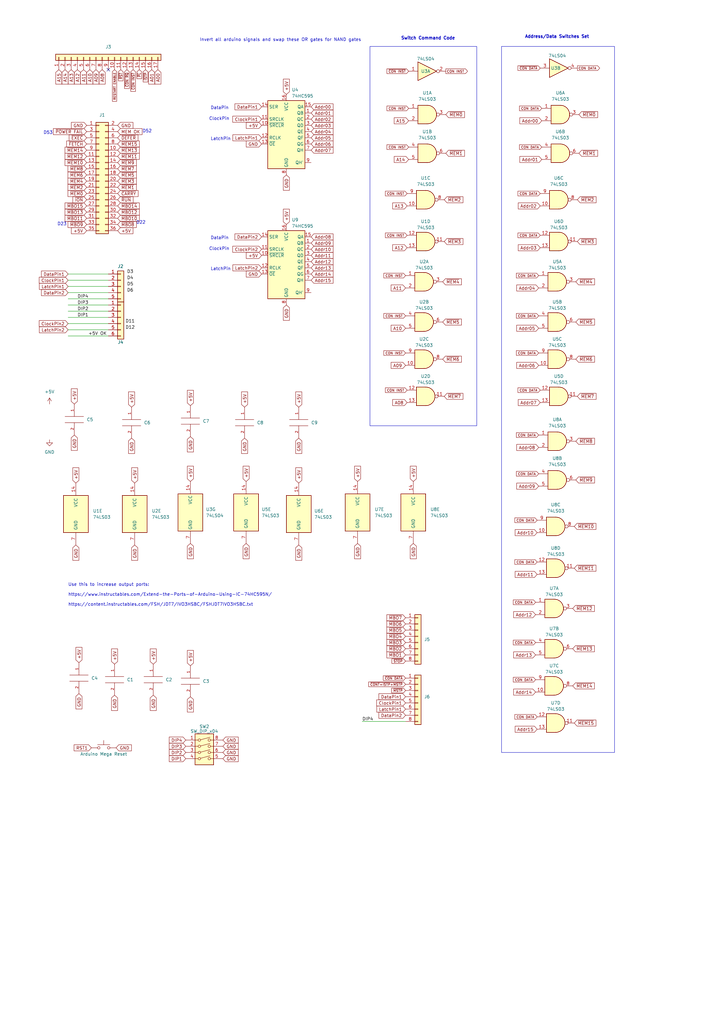
<source format=kicad_sch>
(kicad_sch (version 20230121) (generator eeschema)
  (paper "A3" portrait)
  (no_connect (at 44.45 28.575))
  (wire (pts (xy 27.94 137.795) (xy 44.45 137.795)))
  (wire (pts (xy 44.45 132.715) (xy 27.94 132.715)))
  (wire (pts (xy 44.45 112.395) (xy 27.94 112.395)))
  (wire (pts (xy 44.45 135.255) (xy 27.94 135.255)))
  (wire (pts (xy 27.94 130.175) (xy 44.45 130.175)))
  (wire (pts (xy 27.94 125.095) (xy 44.45 125.095)))
  (wire (pts (xy 44.45 127.635) (xy 27.94 127.635)))
  (wire (pts (xy 44.45 120.015) (xy 27.94 120.015)))
  (wire (pts (xy 44.45 114.935) (xy 27.94 114.935)))
  (wire (pts (xy 148.59 295.91) (xy 166.37 295.91)))
  (wire (pts (xy 27.94 122.555) (xy 44.45 122.555)))
  (wire (pts (xy 44.45 117.475) (xy 27.94 117.475)))
  (rectangle (start 205.74 19.05) (end 252.095 308.61))
  (rectangle (start 151.765 19.05) (end 195.58 174.625))
  (text "D52" (at 58.42 54.61 0) (effects (font (size 1.27 1.27)) (justify left bottom)))
  (text "DataPin" (at 86.36 98.425 0) (effects (font (size 1.27 1.27)) (justify left bottom)))
  (text "D23" (at 23.495 92.71 0) (effects (font (size 1.27 1.27)) (justify left bottom)))
  (text "D53" (at 17.78 55.245 0) (effects (font (size 1.27 1.27)) (justify left bottom)))
  (text "Use this to increase output ports:\n\nhttps://www.instructables.com/Extend-the-Ports-of-Arduino-Using-IC-74HC595N/\n\nhttps://content.instructables.com/FSH/JDT7/IVO3HSBC/FSHJDT7IVO3HSBC.txt\n\n" (at 27.94 250.825 0) (effects (font (size 1.27 1.27)) (justify left bottom)))
  (text "ClockPin" (at 85.725 49.53 0) (effects (font (size 1.27 1.27)) (justify left bottom)))
  (text "D22" (at 55.88 92.075 0) (effects (font (size 1.27 1.27)) (justify left bottom)))
  (text "DataPin" (at 86.36 45.085 0) (effects (font (size 1.27 1.27)) (justify left bottom)))
  (text "Switch Command Code" (at 164.465 16.51 0) (effects (font (size 1.27 1.27) (thickness 0.254) bold) (justify left bottom)))
  (text "Address/Data Switches Set" (at 215.265 15.875 0) (effects (font (size 1.27 1.27) (thickness 0.254) bold) (justify left bottom)))
  (text "ClockPin" (at 85.725 102.87 0) (effects (font (size 1.27 1.27)) (justify left bottom)))
  (text "LatchPin\n" (at 86.36 111.125 0) (effects (font (size 1.27 1.27)) (justify left bottom)))
  (text "LatchPin\n" (at 86.36 57.785 0) (effects (font (size 1.27 1.27)) (justify left bottom)))
  (text "Invert all arduino signals and swap these OR gates for NAND gates\n" (at 81.915 17.145 0) (effects (font (size 1.27 1.27)) (justify left bottom)))
  (label "DIP2" (at 31.75 127.635 0))
  (label "D5" (at 52.07 117.475 0))
  (label "DIP3" (at 31.75 125.095 0))
  (label "D12" (at 51.435 135.255 0))
  (label "D6" (at 52.07 120.015 0))
  (label "D4" (at 52.07 114.935 0))
  (label "+5V OK" (at 36.195 137.795 0))
  (label "D11" (at 51.435 132.715 0))
  (label "DIP4" (at 31.75 122.555 0))
  (label "DIP1" (at 31.75 130.175 0))
  (label "DIP4" (at 148.59 295.91 0))
  (label "D3" (at 52.07 112.395 0))
  (global_label "~{MEM0}" (shape input) (at 35.56 79.375 180) (property "Intersheetrefs" "${INTERSHEET_REFS}" (effects hide)))
  (global_label "~{EXEC}" (shape input) (at 35.56 56.515 180) (property "Intersheetrefs" "${INTERSHEET_REFS}" (effects hide)))
  (global_label "MEM OK" (shape input) (at 48.26 53.975 0) (property "Intersheetrefs" "${INTERSHEET_REFS}" (effects hide)))
  (global_label "~{MEM14}" (shape input) (at 234.95 281.305 0) (property "Intersheetrefs" "${INTERSHEET_REFS}" (effects hide)))
  (global_label "~{CON DATA}" (shape input) (at 166.37 278.13 180) (effects (font (size 0.9906 0.9906))) (property "Intersheetrefs" "${INTERSHEET_REFS}" (effects hide)))
  (global_label "CON DATA" (shape input) (at 220.98 178.435 180) (effects (font (size 0.9906 0.9906))) (property "Intersheetrefs" "${INTERSHEET_REFS}" (effects hide)))
  (global_label "GND" (shape input) (at 122.555 223.52 270) (property "Intersheetrefs" "${INTERSHEET_REFS}" (effects hide)))
  (global_label "~{PL}" (shape input) (at 57.15 28.575 270) (effects (font (size 0.996 0.996))) (property "Intersheetrefs" "${INTERSHEET_REFS}" (effects hide)))
  (global_label "+5V" (shape input) (at 117.475 38.735 90) (property "Intersheetrefs" "${INTERSHEET_REFS}" (effects hide)))
  (global_label "Addr09" (shape input) (at 127.635 99.695 0) (property "Intersheetrefs" "${INTERSHEET_REFS}" (effects hide)))
  (global_label "LatchPin2" (shape input) (at 107.315 109.855 180) (property "Intersheetrefs" "${INTERSHEET_REFS}" (effects hide)))
  (global_label "CON DATA" (shape input) (at 220.345 213.36 180) (effects (font (size 0.9906 0.9906))) (property "Intersheetrefs" "${INTERSHEET_REFS}" (effects hide)))
  (global_label "GND" (shape input) (at 46.99 285.115 270) (property "Intersheetrefs" "${INTERSHEET_REFS}" (effects hide)))
  (global_label "+5V" (shape input) (at 169.545 197.485 90) (property "Intersheetrefs" "${INTERSHEET_REFS}" (effects hide)))
  (global_label "Addr06" (shape input) (at 127.635 59.055 0) (property "Intersheetrefs" "${INTERSHEET_REFS}" (effects hide)))
  (global_label "~{MEM15}" (shape input) (at 48.26 59.055 0) (property "Intersheetrefs" "${INTERSHEET_REFS}" (effects hide)))
  (global_label "~{MEM13}" (shape input) (at 48.26 61.595 0) (property "Intersheetrefs" "${INTERSHEET_REFS}" (effects hide)))
  (global_label "~{CON DATA}" (shape input) (at 221.615 27.94 180) (effects (font (size 0.9906 0.9906))) (property "Intersheetrefs" "${INTERSHEET_REFS}" (effects hide)))
  (global_label "~{MBO2}" (shape input) (at 166.37 266.065 180) (property "Intersheetrefs" "${INTERSHEET_REFS}" (effects hide)))
  (global_label "~{MEM2}" (shape input) (at 35.56 76.835 180) (property "Intersheetrefs" "${INTERSHEET_REFS}" (effects hide)))
  (global_label "GND" (shape input) (at 35.56 51.435 180) (property "Intersheetrefs" "${INTERSHEET_REFS}" (effects hide)))
  (global_label "Addr02" (shape input) (at 127.635 48.895 0) (property "Intersheetrefs" "${INTERSHEET_REFS}" (effects hide)))
  (global_label "LatchPin2" (shape input) (at 27.94 135.255 180) (property "Intersheetrefs" "${INTERSHEET_REFS}" (effects hide)))
  (global_label "GND" (shape input) (at 62.865 285.115 270) (property "Intersheetrefs" "${INTERSHEET_REFS}" (effects hide)))
  (global_label "CON DATA" (shape input) (at 220.98 144.78 180) (effects (font (size 0.9906 0.9906))) (property "Intersheetrefs" "${INTERSHEET_REFS}" (effects hide)))
  (global_label "RST1" (shape input) (at 37.465 306.705 180) (property "Intersheetrefs" "${INTERSHEET_REFS}" (effects hide)))
  (global_label "~{MBO9}" (shape input) (at 35.56 92.075 180) (property "Intersheetrefs" "${INTERSHEET_REFS}" (effects hide)))
  (global_label "GND" (shape input) (at 107.315 59.055 180) (property "Intersheetrefs" "${INTERSHEET_REFS}" (effects hide)))
  (global_label "GND" (shape input) (at 55.245 223.52 270) (property "Intersheetrefs" "${INTERSHEET_REFS}" (effects hide)))
  (global_label "~{MEM4}" (shape input) (at 35.56 74.295 180) (property "Intersheetrefs" "${INTERSHEET_REFS}" (effects hide)))
  (global_label "Addr04" (shape input) (at 220.98 118.11 180) (property "Intersheetrefs" "${INTERSHEET_REFS}" (effects hide)))
  (global_label "~{MEM2}" (shape input) (at 182.245 81.915 0) (property "Intersheetrefs" "${INTERSHEET_REFS}" (effects hide)))
  (global_label "~{MEM7}" (shape input) (at 182.245 162.56 0) (property "Intersheetrefs" "${INTERSHEET_REFS}" (effects hide)))
  (global_label "~{MBO7}" (shape input) (at 166.37 253.365 180) (property "Intersheetrefs" "${INTERSHEET_REFS}" (effects hide)))
  (global_label "LatchPin1" (shape input) (at 27.94 117.475 180) (property "Intersheetrefs" "${INTERSHEET_REFS}" (effects hide)))
  (global_label "GND" (shape input) (at 53.975 179.705 270) (property "Intersheetrefs" "${INTERSHEET_REFS}" (effects hide)))
  (global_label "CON INST" (shape input) (at 167.64 60.325 180) (effects (font (size 0.9906 0.9906))) (property "Intersheetrefs" "${INTERSHEET_REFS}" (effects hide)))
  (global_label "+5V" (shape input) (at 48.26 94.615 0) (property "Intersheetrefs" "${INTERSHEET_REFS}" (effects hide)))
  (global_label "GND" (shape input) (at 47.625 306.705 0) (property "Intersheetrefs" "${INTERSHEET_REFS}" (effects hide)))
  (global_label "+5V" (shape input) (at 117.475 92.075 90) (property "Intersheetrefs" "${INTERSHEET_REFS}" (effects hide)))
  (global_label "A09" (shape input) (at 166.37 149.86 180) (property "Intersheetrefs" "${INTERSHEET_REFS}" (effects hide)))
  (global_label "Addr14" (shape input) (at 127.635 112.395 0) (property "Intersheetrefs" "${INTERSHEET_REFS}" (effects hide)))
  (global_label "Addr00" (shape input) (at 127.635 43.815 0) (property "Intersheetrefs" "${INTERSHEET_REFS}" (effects hide)))
  (global_label "GND" (shape input) (at 107.315 112.395 180) (property "Intersheetrefs" "${INTERSHEET_REFS}" (effects hide)))
  (global_label "GND" (shape input) (at 100.33 179.705 270) (property "Intersheetrefs" "${INTERSHEET_REFS}" (effects hide)))
  (global_label "GND" (shape input) (at 122.555 179.705 270) (property "Intersheetrefs" "${INTERSHEET_REFS}" (effects hide)))
  (global_label "DataPin1" (shape input) (at 27.94 112.395 180) (property "Intersheetrefs" "${INTERSHEET_REFS}" (effects hide)))
  (global_label "+5V" (shape input) (at 53.975 167.005 90) (property "Intersheetrefs" "${INTERSHEET_REFS}" (effects hide)))
  (global_label "~{MEM15}" (shape input) (at 235.585 296.545 0) (property "Intersheetrefs" "${INTERSHEET_REFS}" (effects hide)))
  (global_label "Addr05" (shape input) (at 220.98 134.62 180) (property "Intersheetrefs" "${INTERSHEET_REFS}" (effects hide)))
  (global_label "Addr01" (shape input) (at 127.635 46.355 0) (property "Intersheetrefs" "${INTERSHEET_REFS}" (effects hide)))
  (global_label "Addr10" (shape input) (at 220.345 218.44 180) (property "Intersheetrefs" "${INTERSHEET_REFS}" (effects hide)))
  (global_label "~{ION}" (shape input) (at 35.56 81.915 180) (property "Intersheetrefs" "${INTERSHEET_REFS}" (effects hide)))
  (global_label "~{MBO10}" (shape input) (at 48.26 89.535 0) (property "Intersheetrefs" "${INTERSHEET_REFS}" (effects hide)))
  (global_label "+5V" (shape input) (at 35.56 94.615 180) (property "Intersheetrefs" "${INTERSHEET_REFS}" (effects hide)))
  (global_label "GND" (shape input) (at 91.44 311.15 0) (property "Intersheetrefs" "${INTERSHEET_REFS}" (effects hide)))
  (global_label "A13" (shape input) (at 29.21 28.575 270) (property "Intersheetrefs" "${INTERSHEET_REFS}" (effects hide)))
  (global_label "~{CON RQ}" (shape input) (at 52.07 28.575 270) (effects (font (size 0.9906 0.9906))) (property "Intersheetrefs" "${INTERSHEET_REFS}" (effects hide)))
  (global_label "CON INST" (shape input) (at 167.64 44.45 180) (effects (font (size 0.9906 0.9906))) (property "Intersheetrefs" "${INTERSHEET_REFS}" (effects hide)))
  (global_label "GND" (shape input) (at 78.105 179.07 270) (property "Intersheetrefs" "${INTERSHEET_REFS}" (effects hide)))
  (global_label "ClockPin1" (shape input) (at 107.315 48.895 180) (property "Intersheetrefs" "${INTERSHEET_REFS}" (effects hide)))
  (global_label "ClockPin2" (shape input) (at 107.315 102.235 180) (property "Intersheetrefs" "${INTERSHEET_REFS}" (effects hide)))
  (global_label "+5V" (shape input) (at 107.315 104.775 180) (property "Intersheetrefs" "${INTERSHEET_REFS}" (effects hide)))
  (global_label "~{MSTP}" (shape input) (at 166.37 283.21 180) (effects (font (size 0.9906 0.9906))) (property "Intersheetrefs" "${INTERSHEET_REFS}" (effects hide)))
  (global_label "~{MEM0}" (shape input) (at 237.49 46.99 0) (property "Intersheetrefs" "${INTERSHEET_REFS}" (effects hide)))
  (global_label "CON DATA" (shape input) (at 219.71 247.015 180) (effects (font (size 0.9906 0.9906))) (property "Intersheetrefs" "${INTERSHEET_REFS}" (effects hide)))
  (global_label "Addr02" (shape input) (at 221.615 84.455 180) (property "Intersheetrefs" "${INTERSHEET_REFS}" (effects hide)))
  (global_label "GND" (shape input) (at 32.385 284.48 270) (property "Intersheetrefs" "${INTERSHEET_REFS}" (effects hide)))
  (global_label "Addr03" (shape input) (at 221.615 101.6 180) (property "Intersheetrefs" "${INTERSHEET_REFS}" (effects hide)))
  (global_label "GND" (shape input) (at 30.48 178.435 270) (property "Intersheetrefs" "${INTERSHEET_REFS}" (effects hide)))
  (global_label "CON DATA" (shape input) (at 221.615 96.52 180) (effects (font (size 0.9906 0.9906))) (property "Intersheetrefs" "${INTERSHEET_REFS}" (effects hide)))
  (global_label "A01" (shape input) (at 62.23 28.575 270) (property "Intersheetrefs" "${INTERSHEET_REFS}" (effects hide)))
  (global_label "+5V" (shape input) (at 122.555 198.12 90) (property "Intersheetrefs" "${INTERSHEET_REFS}" (effects hide)))
  (global_label "~{MEM6}" (shape input) (at 181.61 147.32 0) (property "Intersheetrefs" "${INTERSHEET_REFS}" (effects hide)))
  (global_label "Addr12" (shape input) (at 219.71 252.095 180) (property "Intersheetrefs" "${INTERSHEET_REFS}" (effects hide)))
  (global_label "~{MEM11}" (shape input) (at 235.585 233.045 0) (property "Intersheetrefs" "${INTERSHEET_REFS}" (effects hide)))
  (global_label "~{CONT+ISTP+MSTP}" (shape input) (at 166.37 280.67 180) (effects (font (size 0.9906 0.9906))) (property "Intersheetrefs" "${INTERSHEET_REFS}" (effects hide)))
  (global_label "~{RST}" (shape input) (at 49.53 28.575 270) (effects (font (size 0.9906 0.9906))) (property "Intersheetrefs" "${INTERSHEET_REFS}" (effects hide)))
  (global_label "~{MEM1}" (shape input) (at 48.26 76.835 0) (property "Intersheetrefs" "${INTERSHEET_REFS}" (effects hide)))
  (global_label "~{MEM8}" (shape input) (at 35.56 69.215 180) (property "Intersheetrefs" "${INTERSHEET_REFS}" (effects hide)))
  (global_label "Addr00" (shape input) (at 222.25 49.53 180) (property "Intersheetrefs" "${INTERSHEET_REFS}" (effects hide)))
  (global_label "Addr04" (shape input) (at 127.635 53.975 0) (property "Intersheetrefs" "${INTERSHEET_REFS}" (effects hide)))
  (global_label "DIP3" (shape input) (at 76.2 306.07 180) (property "Intersheetrefs" "${INTERSHEET_REFS}" (effects hide)))
  (global_label "~{MEM1}" (shape input) (at 237.49 62.865 0) (property "Intersheetrefs" "${INTERSHEET_REFS}" (effects hide)))
  (global_label "A11" (shape input) (at 166.37 118.11 180) (property "Intersheetrefs" "${INTERSHEET_REFS}" (effects hide)))
  (global_label "A08" (shape input) (at 41.91 28.575 270) (property "Intersheetrefs" "${INTERSHEET_REFS}" (effects hide)))
  (global_label "~{POWER FAIL}" (shape input) (at 35.56 53.975 180) (property "Intersheetrefs" "${INTERSHEET_REFS}" (effects hide)))
  (global_label "~{MEM7}" (shape input) (at 236.855 162.56 0) (property "Intersheetrefs" "${INTERSHEET_REFS}" (effects hide)))
  (global_label "CON DATA" (shape input) (at 222.25 44.45 180) (effects (font (size 0.9906 0.9906))) (property "Intersheetrefs" "${INTERSHEET_REFS}" (effects hide)))
  (global_label "GND" (shape input) (at 117.475 71.755 270) (property "Intersheetrefs" "${INTERSHEET_REFS}" (effects hide)))
  (global_label "CON DATA" (shape input) (at 220.345 294.005 180) (effects (font (size 0.9906 0.9906))) (property "Intersheetrefs" "${INTERSHEET_REFS}" (effects hide)))
  (global_label "+5V" (shape input) (at 100.33 167.005 90) (property "Intersheetrefs" "${INTERSHEET_REFS}" (effects hide)))
  (global_label "~{MEM10}" (shape input) (at 35.56 66.675 180) (property "Intersheetrefs" "${INTERSHEET_REFS}" (effects hide)))
  (global_label "LatchPin1" (shape input) (at 166.37 290.83 180) (property "Intersheetrefs" "${INTERSHEET_REFS}" (effects hide)))
  (global_label "CON DATA" (shape input) (at 219.71 263.525 180) (effects (font (size 0.9906 0.9906))) (property "Intersheetrefs" "${INTERSHEET_REFS}" (effects hide)))
  (global_label "Addr13" (shape input) (at 127.635 109.855 0) (property "Intersheetrefs" "${INTERSHEET_REFS}" (effects hide)))
  (global_label "~{MEM4}" (shape input) (at 236.22 115.57 0) (property "Intersheetrefs" "${INTERSHEET_REFS}" (effects hide)))
  (global_label "Addr08" (shape input) (at 220.98 183.515 180) (property "Intersheetrefs" "${INTERSHEET_REFS}" (effects hide)))
  (global_label "+5V" (shape input) (at 122.555 167.005 90) (property "Intersheetrefs" "${INTERSHEET_REFS}" (effects hide)))
  (global_label "A12" (shape input) (at 31.75 28.575 270) (property "Intersheetrefs" "${INTERSHEET_REFS}" (effects hide)))
  (global_label "~{RUN}" (shape input) (at 48.26 81.915 0) (property "Intersheetrefs" "${INTERSHEET_REFS}" (effects hide)))
  (global_label "GND" (shape input) (at 117.475 125.095 270) (property "Intersheetrefs" "${INTERSHEET_REFS}" (effects hide)))
  (global_label "~{MEM10}" (shape input) (at 235.585 215.9 0) (property "Intersheetrefs" "${INTERSHEET_REFS}" (effects hide)))
  (global_label "+5V" (shape input) (at 62.865 272.415 90) (property "Intersheetrefs" "${INTERSHEET_REFS}" (effects hide)))
  (global_label "DIP2" (shape input) (at 76.2 308.61 180) (property "Intersheetrefs" "${INTERSHEET_REFS}" (effects hide)))
  (global_label "DataPin2" (shape input) (at 27.94 120.015 180) (property "Intersheetrefs" "${INTERSHEET_REFS}" (effects hide)))
  (global_label "+5V" (shape input) (at 78.105 166.37 90) (property "Intersheetrefs" "${INTERSHEET_REFS}" (effects hide)))
  (global_label "CON DATA" (shape input) (at 220.98 194.31 180) (effects (font (size 0.9906 0.9906))) (property "Intersheetrefs" "${INTERSHEET_REFS}" (effects hide)))
  (global_label "CON DATA" (shape input) (at 220.345 230.505 180) (effects (font (size 0.9906 0.9906))) (property "Intersheetrefs" "${INTERSHEET_REFS}" (effects hide)))
  (global_label "~{MEM4}" (shape input) (at 181.61 115.57 0) (property "Intersheetrefs" "${INTERSHEET_REFS}" (effects hide)))
  (global_label "A15" (shape input) (at 167.64 49.53 180) (property "Intersheetrefs" "${INTERSHEET_REFS}" (effects hide)))
  (global_label "CON DATA" (shape input) (at 220.98 129.54 180) (effects (font (size 0.9906 0.9906))) (property "Intersheetrefs" "${INTERSHEET_REFS}" (effects hide)))
  (global_label "~{MEM5}" (shape input) (at 48.26 71.755 0) (property "Intersheetrefs" "${INTERSHEET_REFS}" (effects hide)))
  (global_label "CON INST" (shape input) (at 166.37 129.54 180) (effects (font (size 0.9906 0.9906))) (property "Intersheetrefs" "${INTERSHEET_REFS}" (effects hide)))
  (global_label "~{MEM12}" (shape input) (at 35.56 64.135 180) (property "Intersheetrefs" "${INTERSHEET_REFS}" (effects hide)))
  (global_label "Addr13" (shape input) (at 219.71 268.605 180) (property "Intersheetrefs" "${INTERSHEET_REFS}" (effects hide)))
  (global_label "~{MEM11}" (shape input) (at 48.26 64.135 0) (property "Intersheetrefs" "${INTERSHEET_REFS}" (effects hide)))
  (global_label "Addr10" (shape input) (at 127.635 102.235 0) (property "Intersheetrefs" "${INTERSHEET_REFS}" (effects hide)))
  (global_label "~{MEM12}" (shape input) (at 234.95 249.555 0) (property "Intersheetrefs" "${INTERSHEET_REFS}" (effects hide)))
  (global_label "Addr06" (shape input) (at 220.98 149.86 180) (property "Intersheetrefs" "${INTERSHEET_REFS}" (effects hide)))
  (global_label "A15" (shape input) (at 24.13 28.575 270) (property "Intersheetrefs" "${INTERSHEET_REFS}" (effects hide)))
  (global_label "GND" (shape input) (at 100.965 222.885 270) (property "Intersheetrefs" "${INTERSHEET_REFS}" (effects hide)))
  (global_label "~{MEM9}" (shape input) (at 236.22 196.85 0) (property "Intersheetrefs" "${INTERSHEET_REFS}" (effects hide)))
  (global_label "CON DATA" (shape input) (at 220.98 113.03 180) (effects (font (size 0.9906 0.9906))) (property "Intersheetrefs" "${INTERSHEET_REFS}" (effects hide)))
  (global_label "CON DATA" (shape input) (at 222.25 60.325 180) (effects (font (size 0.9906 0.9906))) (property "Intersheetrefs" "${INTERSHEET_REFS}" (effects hide)))
  (global_label "A10" (shape input) (at 166.37 134.62 180) (property "Intersheetrefs" "${INTERSHEET_REFS}" (effects hide)))
  (global_label "A11" (shape input) (at 34.29 28.575 270) (property "Intersheetrefs" "${INTERSHEET_REFS}" (effects hide)))
  (global_label "Addr15" (shape input) (at 220.345 299.085 180) (property "Intersheetrefs" "${INTERSHEET_REFS}" (effects hide)))
  (global_label "~{MBO11}" (shape input) (at 35.56 89.535 180) (property "Intersheetrefs" "${INTERSHEET_REFS}" (effects hide)))
  (global_label "A09" (shape input) (at 39.37 28.575 270) (property "Intersheetrefs" "${INTERSHEET_REFS}" (effects hide)))
  (global_label "DIP1" (shape input) (at 76.2 311.15 180) (property "Intersheetrefs" "${INTERSHEET_REFS}" (effects hide)))
  (global_label "A13" (shape input) (at 167.005 84.455 180) (property "Intersheetrefs" "${INTERSHEET_REFS}" (effects hide)))
  (global_label "DIP4" (shape input) (at 76.2 303.53 180) (property "Intersheetrefs" "${INTERSHEET_REFS}" (effects hide)))
  (global_label "A14" (shape input) (at 167.64 65.405 180) (property "Intersheetrefs" "${INTERSHEET_REFS}" (effects hide)))
  (global_label "Addr15" (shape input) (at 127.635 114.935 0) (property "Intersheetrefs" "${INTERSHEET_REFS}" (effects hide)))
  (global_label "GND" (shape input) (at 31.115 223.52 270) (property "Intersheetrefs" "${INTERSHEET_REFS}" (effects hide)))
  (global_label "Addr07" (shape input) (at 127.635 61.595 0) (property "Intersheetrefs" "${INTERSHEET_REFS}" (effects hide)))
  (global_label "Addr07" (shape input) (at 221.615 165.1 180) (property "Intersheetrefs" "${INTERSHEET_REFS}" (effects hide)))
  (global_label "~{MBO12}" (shape input) (at 48.26 86.995 0) (property "Intersheetrefs" "${INTERSHEET_REFS}" (effects hide)))
  (global_label "+5V" (shape input) (at 55.245 198.12 90) (property "Intersheetrefs" "${INTERSHEET_REFS}" (effects hide)))
  (global_label "+5V" (shape input) (at 78.105 273.05 90) (property "Intersheetrefs" "${INTERSHEET_REFS}" (effects hide)))
  (global_label "+5V" (shape input) (at 32.385 271.78 90) (property "Intersheetrefs" "${INTERSHEET_REFS}" (effects hide)))
  (global_label "~{MEM0}" (shape input) (at 182.88 46.99 0) (property "Intersheetrefs" "${INTERSHEET_REFS}" (effects hide)))
  (global_label "ClockPin2" (shape input) (at 27.94 132.715 180) (property "Intersheetrefs" "${INTERSHEET_REFS}" (effects hide)))
  (global_label "~{MEM13}" (shape input) (at 234.95 266.065 0) (property "Intersheetrefs" "${INTERSHEET_REFS}" (effects hide)))
  (global_label "A00" (shape input) (at 64.77 28.575 270) (property "Intersheetrefs" "${INTERSHEET_REFS}" (effects hide)))
  (global_label "CON DATA" (shape output) (at 236.855 27.94 0) (effects (font (size 0.9906 0.9906))) (property "Intersheetrefs" "${INTERSHEET_REFS}" (effects hide)))
  (global_label "~{MEM3}" (shape input) (at 48.26 74.295 0) (property "Intersheetrefs" "${INTERSHEET_REFS}" (effects hide)))
  (global_label "Addr05" (shape input) (at 127.635 56.515 0) (property "Intersheetrefs" "${INTERSHEET_REFS}" (effects hide)))
  (global_label "~{MEM8}" (shape input) (at 236.22 180.975 0) (property "Intersheetrefs" "${INTERSHEET_REFS}" (effects hide)))
  (global_label "ClockPin1" (shape input) (at 166.37 288.29 180) (property "Intersheetrefs" "${INTERSHEET_REFS}" (effects hide)))
  (global_label "GND" (shape input) (at 146.685 222.885 270) (property "Intersheetrefs" "${INTERSHEET_REFS}" (effects hide)))
  (global_label "CON INST" (shape input) (at 167.005 96.52 180) (effects (font (size 0.9906 0.9906))) (property "Intersheetrefs" "${INTERSHEET_REFS}" (effects hide)))
  (global_label "+5V" (shape input) (at 100.965 197.485 90) (property "Intersheetrefs" "${INTERSHEET_REFS}" (effects hide)))
  (global_label "GND" (shape input) (at 91.44 303.53 0) (property "Intersheetrefs" "${INTERSHEET_REFS}" (effects hide)))
  (global_label "~{DEFER}" (shape input) (at 48.26 56.515 0) (property "Intersheetrefs" "${INTERSHEET_REFS}" (effects hide)))
  (global_label "+5V" (shape input) (at 78.105 197.485 90) (property "Intersheetrefs" "${INTERSHEET_REFS}" (effects hide)))
  (global_label "GND" (shape input) (at 91.44 306.07 0) (property "Intersheetrefs" "${INTERSHEET_REFS}" (effects hide)))
  (global_label "~{MEM3}" (shape input) (at 182.245 99.06 0) (property "Intersheetrefs" "${INTERSHEET_REFS}" (effects hide)))
  (global_label "~{MEM9}" (shape input) (at 48.26 66.675 0) (property "Intersheetrefs" "${INTERSHEET_REFS}" (effects hide)))
  (global_label "~{MEM1}" (shape input) (at 182.88 62.865 0) (property "Intersheetrefs" "${INTERSHEET_REFS}" (effects hide)))
  (global_label "GND" (shape input) (at 48.26 51.435 0) (property "Intersheetrefs" "${INTERSHEET_REFS}" (effects hide)))
  (global_label "CON INST" (shape output) (at 182.88 29.21 0) (effects (font (size 0.9906 0.9906))) (property "Intersheetrefs" "${INTERSHEET_REFS}" (effects hide)))
  (global_label "Addr03" (shape input) (at 127.635 51.435 0) (property "Intersheetrefs" "${INTERSHEET_REFS}" (effects hide)))
  (global_label "RESTART ENABLE" (shape input) (at 46.99 28.575 270) (effects (font (size 0.9 0.9))) (property "Intersheetrefs" "${INTERSHEET_REFS}" (effects hide)))
  (global_label "A08" (shape input) (at 167.005 165.1 180) (property "Intersheetrefs" "${INTERSHEET_REFS}" (effects hide)))
  (global_label "~{MBO1}" (shape input) (at 166.37 268.605 180) (property "Intersheetrefs" "${INTERSHEET_REFS}" (effects hide)))
  (global_label "Addr12" (shape input) (at 127.635 107.315 0) (property "Intersheetrefs" "${INTERSHEET_REFS}" (effects hide)))
  (global_label "~{MEM14}" (shape input) (at 35.56 61.595 180) (property "Intersheetrefs" "${INTERSHEET_REFS}" (effects hide)))
  (global_label "DataPin2" (shape input) (at 107.315 97.155 180) (property "Intersheetrefs" "${INTERSHEET_REFS}" (effects hide)))
  (global_label "~{MBO4}" (shape input) (at 166.37 260.985 180) (property "Intersheetrefs" "${INTERSHEET_REFS}" (effects hide)))
  (global_label "~{ISTP}" (shape input) (at 59.69 28.575 270) (effects (font (size 0.9906 0.9906))) (property "Intersheetrefs" "${INTERSHEET_REFS}" (effects hide)))
  (global_label "+5V" (shape input) (at 30.48 165.735 90) (property "Intersheetrefs" "${INTERSHEET_REFS}" (effects hide)))
  (global_label "DataPin2" (shape input) (at 166.37 293.37 180) (property "Intersheetrefs" "${INTERSHEET_REFS}" (effects hide)))
  (global_label "~{MEM2}" (shape input) (at 236.855 81.915 0) (property "Intersheetrefs" "${INTERSHEET_REFS}" (effects hide)))
  (global_label "Addr11" (shape input) (at 220.345 235.585 180) (property "Intersheetrefs" "${INTERSHEET_REFS}" (effects hide)))
  (global_label "~{MBO8}" (shape input) (at 48.26 92.075 0) (property "Intersheetrefs" "${INTERSHEET_REFS}" (effects hide)))
  (global_label "+5V" (shape input) (at 46.99 272.415 90) (property "Intersheetrefs" "${INTERSHEET_REFS}" (effects hide)))
  (global_label "+5V" (shape input) (at 146.685 197.485 90) (property "Intersheetrefs" "${INTERSHEET_REFS}" (effects hide)))
  (global_label "~{MEM7}" (shape input) (at 48.26 69.215 0) (property "Intersheetrefs" "${INTERSHEET_REFS}" (effects hide)))
  (global_label "~{CON INST}" (shape input) (at 167.64 29.21 180) (effects (font (size 0.9906 0.9906))) (property "Intersheetrefs" "${INTERSHEET_REFS}" (effects hide)))
  (global_label "+5V" (shape input) (at 31.115 198.12 90) (property "Intersheetrefs" "${INTERSHEET_REFS}" (effects hide)))
  (global_label "CON INST" (shape input) (at 167.005 160.02 180) (effects (font (size 0.9906 0.9906))) (property "Intersheetrefs" "${INTERSHEET_REFS}" (effects hide)))
  (global_label "~{CARRY}" (shape input) (at 48.26 79.375 0) (property "Intersheetrefs" "${INTERSHEET_REFS}" (effects hide)))
  (global_label "CON DATA" (shape input) (at 221.615 79.375 180) (effects (font (size 0.9906 0.9906))) (property "Intersheetrefs" "${INTERSHEET_REFS}" (effects hide)))
  (global_label "+5V" (shape input) (at 107.315 51.435 180) (property "Intersheetrefs" "${INTERSHEET_REFS}" (effects hide)))
  (global_label "~{MEM6}" (shape input) (at 236.22 147.32 0) (property "Intersheetrefs" "${INTERSHEET_REFS}" (effects hide)))
  (global_label "Addr08" (shape input) (at 127.635 97.155 0) (property "Intersheetrefs" "${INTERSHEET_REFS}" (effects hide)))
  (global_label "CON INST" (shape input) (at 166.37 113.03 180) (effects (font (size 0.9906 0.9906))) (property "Intersheetrefs" "${INTERSHEET_REFS}" (effects hide)))
  (global_label "DataPin1" (shape input) (at 107.315 43.815 180) (property "Intersheetrefs" "${INTERSHEET_REFS}" (effects hide)))
  (global_label "CON DATA" (shape input) (at 219.71 278.765 180) (effects (font (size 0.9906 0.9906))) (property "Intersheetrefs" "${INTERSHEET_REFS}" (effects hide)))
  (global_label "~{CON INST}" (shape input) (at 54.61 28.575 270) (effects (font (size 0.9906 0.9906))) (property "Intersheetrefs" "${INTERSHEET_REFS}" (effects hide)))
  (global_label "A12" (shape input) (at 167.005 101.6 180) (property "Intersheetrefs" "${INTERSHEET_REFS}" (effects hide)))
  (global_label "~{STOP}" (shape input) (at 166.37 271.145 180) (effects (font (size 0.9906 0.9906))) (property "Intersheetrefs" "${INTERSHEET_REFS}" (effects hide)))
  (global_label "A10" (shape input) (at 36.83 28.575 270) (property "Intersheetrefs" "${INTERSHEET_REFS}" (effects hide)))
  (global_label "~{MEM3}" (shape input) (at 236.855 99.06 0) (property "Intersheetrefs" "${INTERSHEET_REFS}" (effects hide)))
  (global_label "GND" (shape input) (at 91.44 308.61 0) (property "Intersheetrefs" "${INTERSHEET_REFS}" (effects hide)))
  (global_label "DataPin1" (shape input) (at 166.37 285.75 180) (property "Intersheetrefs" "${INTERSHEET_REFS}" (effects hide)))
  (global_label "ClockPin1" (shape input) (at 27.94 114.935 180) (property "Intersheetrefs" "${INTERSHEET_REFS}" (effects hide)))
  (global_label "~{MEM5}" (shape input) (at 181.61 132.08 0) (property "Intersheetrefs" "${INTERSHEET_REFS}" (effects hide)))
  (global_label "~{MBO6}" (shape input) (at 166.37 255.905 180) (property "Intersheetrefs" "${INTERSHEET_REFS}" (effects hide)))
  (global_label "~{MBO15}" (shape input) (at 35.56 84.455 180) (property "Intersheetrefs" "${INTERSHEET_REFS}" (effects hide)))
  (global_label "CON DATA" (shape input) (at 221.615 160.02 180) (effects (font (size 0.9906 0.9906))) (property "Intersheetrefs" "${INTERSHEET_REFS}" (effects hide)))
  (global_label "Addr14" (shape input) (at 219.71 283.845 180) (property "Intersheetrefs" "${INTERSHEET_REFS}" (effects hide)))
  (global_label "GND" (shape input) (at 78.105 222.885 270) (property "Intersheetrefs" "${INTERSHEET_REFS}" (effects hide)))
  (global_label "Addr01" (shape input) (at 222.25 65.405 180) (property "Intersheetrefs" "${INTERSHEET_REFS}" (effects hide)))
  (global_label "~{MBO3}" (shape input) (at 166.37 263.525 180) (property "Intersheetrefs" "${INTERSHEET_REFS}" (effects hide)))
  (global_label "~{MEM6}" (shape input) (at 35.56 71.755 180) (property "Intersheetrefs" "${INTERSHEET_REFS}" (effects hide)))
  (global_label "~{MEM5}" (shape input) (at 236.22 132.08 0) (property "Intersheetrefs" "${INTERSHEET_REFS}" (effects hide)))
  (global_label "Addr09" (shape input) (at 220.98 199.39 180) (property "Intersheetrefs" "${INTERSHEET_REFS}" (effects hide)))
  (global_label "CON INST" (shape input) (at 167.005 79.375 180) (effects (font (size 0.9906 0.9906))) (property "Intersheetrefs" "${INTERSHEET_REFS}" (effects hide)))
  (global_label "A14" (shape input) (at 26.67 28.575 270) (property "Intersheetrefs" "${INTERSHEET_REFS}" (effects hide)))
  (global_label "GND" (shape input) (at 78.105 285.75 270) (property "Intersheetrefs" "${INTERSHEET_REFS}" (effects hide)))
  (global_label "CON INST" (shape input) (at 166.37 144.78 180) (effects (font (size 0.9906 0.9906))) (property "Intersheetrefs" "${INTERSHEET_REFS}" (effects hide)))
  (global_label "GND" (shape input) (at 169.545 222.885 270) (property "Intersheetrefs" "${INTERSHEET_REFS}" (effects hide)))
  (global_label "~{FETCH}" (shape input) (at 35.56 59.055 180) (property "Intersheetrefs" "${INTERSHEET_REFS}" (effects hide)))
  (global_label "~{MBO5}" (shape input) (at 166.37 258.445 180) (property "Intersheetrefs" "${INTERSHEET_REFS}" (effects hide)))
  (global_label "LatchPin1" (shape input) (at 107.315 56.515 180) (property "Intersheetrefs" "${INTERSHEET_REFS}" (effects hide)))
  (global_label "~{MBO14}" (shape input) (at 48.26 84.455 0) (property "Intersheetrefs" "${INTERSHEET_REFS}" (effects hide)))
  (global_label "~{MBO13}" (shape input) (at 35.56 86.995 180) (property "Intersheetrefs" "${INTERSHEET_REFS}" (effects hide)))
  (global_label "Addr11" (shape input) (at 127.635 104.775 0) (property "Intersheetrefs" "${INTERSHEET_REFS}" (effects hide)))
  (symbol (lib_id "74xx:74LS03") (at 229.235 99.06 0) (unit 4)
    (property "Reference" "U6" (at 229.2267 90.805 0))
    (property "Value" "74LS03" (at 229.2267 93.345 0))
    (property "Footprint" "Package_DIP:DIP-14_W7.62mm" (effects hide))
    (property "Datasheet" "http://www.ti.com/lit/gpn/sn74LS03" (effects hide))
  )
  (symbol (lib_id "ForgottenMachines:CAP_Disc_Common_-_Entrex_Trapezoid") (at 78.105 172.72 0) (unit 1)
    (property "Reference" "C7" (at 83.185 172.72 0) (effects (justify left)))
    (property "Value" "CAP_Disc_Common_-_Entrex_Trapezoid" (effects hide))
    (property "Footprint" "Forgotten Machines:Disc Capacitor Entrex Trapezoid .10" (effects hide))
  )
  (symbol (lib_id "74xx:74LS03") (at 174.625 81.915 0) (unit 3)
    (property "Reference" "U1" (at 174.6167 73.025 0))
    (property "Value" "74LS03" (at 174.6167 75.565 0))
    (property "Datasheet" "http://www.ti.com/lit/gpn/sn74LS03" (effects hide))
  )
  (symbol (lib_id "Switch:SW_DIP_x04") (at 83.82 308.61 0) (unit 1)
    (property "Reference" "SW2" (at 83.82 297.9801 0))
    (property "Value" "SW_DIP_x04" (at 83.82 299.9011 0))
    (property "Footprint" "Package_DIP:DIP-8_W7.62mm" (effects hide))
  )
  (symbol (lib_id "74xx:74LS03") (at 227.965 296.545 0) (unit 4)
    (property "Reference" "U7" (at 227.9567 288.29 0))
    (property "Value" "74LS03" (at 227.9567 290.83 0))
    (property "Footprint" "Package_DIP:DIP-14_W7.62mm" (effects hide))
    (property "Datasheet" "http://www.ti.com/lit/gpn/sn74LS03" (effects hide))
  )
  (symbol (lib_id "ForgottenMachines:CAP_Disc_Common_-_Entrex_Trapezoid") (at 62.865 278.765 0) (unit 1)
    (property "Reference" "C2" (at 67.945 278.765 0) (effects (justify left)))
    (property "Value" "CAP_Disc_Common_-_Entrex_Trapezoid" (effects hide))
    (property "Footprint" "Forgotten Machines:Disc Capacitor Entrex Trapezoid .10" (effects hide))
  )
  (symbol (lib_id "power:+5V") (at 20.32 165.735 0) (unit 1)
    (property "Reference" "#PWR01" (effects hide))
    (property "Value" "+5V" (at 20.32 160.655 0))
  )
  (symbol (lib_id "74xx:74LS03") (at 227.33 266.065 0) (unit 2)
    (property "Reference" "U7" (at 227.3217 257.81 0))
    (property "Value" "74LS03" (at 227.3217 260.35 0))
    (property "Footprint" "Package_DIP:DIP-14_W7.62mm" (effects hide))
    (property "Datasheet" "http://www.ti.com/lit/gpn/sn74LS03" (effects hide))
  )
  (symbol (lib_id "74xx:74LS03") (at 173.99 115.57 0) (unit 1)
    (property "Reference" "U2" (at 173.9817 107.315 0))
    (property "Value" "74LS03" (at 173.9817 109.855 0))
    (property "Footprint" "Package_DIP:DIP-14_W7.62mm" (effects hide))
    (property "Datasheet" "http://www.ti.com/lit/gpn/sn74LS03" (effects hide))
  )
  (symbol (lib_id "ForgottenMachines:CAP_Disc_Common_-_Entrex_Trapezoid") (at 46.99 278.765 0) (unit 1)
    (property "Reference" "C1" (at 52.07 278.765 0) (effects (justify left)))
    (property "Value" "CAP_Disc_Common_-_Entrex_Trapezoid" (effects hide))
    (property "Footprint" "Forgotten Machines:Disc Capacitor Entrex Trapezoid .10" (effects hide))
  )
  (symbol (lib_id "74xx:74LS03") (at 175.26 62.865 0) (unit 2)
    (property "Reference" "U1" (at 175.2517 53.975 0))
    (property "Value" "74LS03" (at 175.2517 56.515 0))
    (property "Datasheet" "http://www.ti.com/lit/gpn/sn74LS03" (effects hide))
  )
  (symbol (lib_id "74xx:74LS04") (at 78.105 210.185 0) (unit 7)
    (property "Reference" "U3" (at 84.455 208.915 0) (effects (justify left)))
    (property "Value" "74LS04" (at 84.455 211.455 0) (effects (justify left)))
    (property "Footprint" "Package_DIP:DIP-14_W7.62mm" (effects hide))
    (property "Datasheet" "http://www.ti.com/lit/gpn/sn74LS04" (effects hide))
  )
  (symbol (lib_id "74xx:74LS03") (at 174.625 99.06 0) (unit 4)
    (property "Reference" "U1" (at 174.6167 90.805 0))
    (property "Value" "74LS03" (at 174.6167 93.345 0))
    (property "Datasheet" "http://www.ti.com/lit/gpn/sn74LS03" (effects hide))
  )
  (symbol (lib_id "74xx:74LS03") (at 227.965 233.045 0) (unit 4)
    (property "Reference" "U8" (at 227.9567 224.79 0))
    (property "Value" "74LS03" (at 227.9567 227.33 0))
    (property "Footprint" "Package_DIP:DIP-14_W7.62mm" (effects hide))
    (property "Datasheet" "http://www.ti.com/lit/gpn/sn74LS03" (effects hide))
  )
  (symbol (lib_id "74xx:74LS03") (at 174.625 162.56 0) (unit 4)
    (property "Reference" "U2" (at 174.6167 154.305 0))
    (property "Value" "74LS03" (at 174.6167 156.845 0))
    (property "Footprint" "Package_DIP:DIP-14_W7.62mm" (effects hide))
    (property "Datasheet" "http://www.ti.com/lit/gpn/sn74LS03" (effects hide))
  )
  (symbol (lib_id "Connector_Generic:Conn_02x18_Odd_Even") (at 40.64 71.755 0) (unit 1)
    (property "Reference" "J1" (at 41.91 47.1551 0))
    (property "Value" "Conn_02x18_Odd_Even" (effects hide))
    (property "Footprint" "Connector_PinHeader_2.54mm:PinHeader_2x18_P2.54mm_Vertical" (effects hide))
  )
  (symbol (lib_id "74xx:74LS03") (at 229.235 81.915 0) (unit 3)
    (property "Reference" "U6" (at 229.2267 73.025 0))
    (property "Value" "74LS03" (at 229.2267 75.565 0))
    (property "Footprint" "Package_DIP:DIP-14_W7.62mm" (effects hide))
    (property "Datasheet" "http://www.ti.com/lit/gpn/sn74LS03" (effects hide))
  )
  (symbol (lib_id "ForgottenMachines:CAP_Disc_Common_-_Entrex_Trapezoid") (at 32.385 278.13 0) (unit 1)
    (property "Reference" "C4" (at 37.465 278.13 0) (effects (justify left)))
    (property "Value" "CAP_Disc_Common_-_Entrex_Trapezoid" (effects hide))
    (property "Footprint" "Forgotten Machines:Disc Capacitor Entrex Trapezoid .10" (effects hide))
  )
  (symbol (lib_id "Connector_Generic:Conn_01x08") (at 171.45 285.75 0) (unit 1)
    (property "Reference" "J6" (at 173.99 285.75 0) (effects (justify left)))
    (property "Value" "Conn_01x08" (effects hide))
    (property "Footprint" "Connector_PinHeader_2.54mm:PinHeader_1x08_P2.54mm_Vertical" (effects hide))
  )
  (symbol (lib_id "ForgottenMachines:CAP_Disc_Common_-_Entrex_Trapezoid") (at 30.48 172.085 0) (unit 1)
    (property "Reference" "C5" (at 35.56 172.085 0) (effects (justify left)))
    (property "Value" "CAP_Disc_Common_-_Entrex_Trapezoid" (effects hide))
    (property "Footprint" "Forgotten Machines:Disc Capacitor Entrex Trapezoid .10" (effects hide))
  )
  (symbol (lib_id "Switch:SW_Push") (at 42.545 306.705 0) (unit 1)
    (property "Reference" "SW1" (effects hide))
    (property "Value" "Arduino Mega Reset" (at 42.545 309.245 0))
    (property "Footprint" "Button_Switch_THT:SW_PUSH_6mm" (effects hide))
  )
  (symbol (lib_id "Connector_Generic:Conn_01x08") (at 171.45 260.985 0) (unit 1)
    (property "Reference" "J5" (at 173.99 262.255 0) (effects (justify left)))
    (property "Value" "Conn_01x08" (effects hide))
    (property "Footprint" "Connector_PinHeader_2.54mm:PinHeader_1x08_P2.54mm_Vertical" (effects hide))
  )
  (symbol (lib_id "74xx:74LS03") (at 100.965 210.185 0) (unit 5)
    (property "Reference" "U5" (at 107.315 208.915 0) (effects (justify left)))
    (property "Value" "74LS03" (at 107.315 211.455 0) (effects (justify left)))
    (property "Footprint" "Package_DIP:DIP-14_W7.62mm" (effects hide))
    (property "Datasheet" "http://www.ti.com/lit/gpn/sn74LS03" (effects hide))
  )
  (symbol (lib_id "ForgottenMachines:CAP_Disc_Common_-_Entrex_Trapezoid") (at 122.555 173.355 0) (unit 1)
    (property "Reference" "C9" (at 127.635 173.355 0) (effects (justify left)))
    (property "Value" "CAP_Disc_Common_-_Entrex_Trapezoid" (effects hide))
    (property "Footprint" "Forgotten Machines:Disc Capacitor Entrex Trapezoid .10" (effects hide))
  )
  (symbol (lib_id "74xx:74HC595") (at 117.475 107.315 0) (unit 1)
    (property "Reference" "U9" (at 119.6691 90.17 0) (effects (justify left)))
    (property "Value" "74HC595" (at 119.6691 92.71 0) (effects (justify left)))
    (property "Footprint" "Package_DIP:DIP-16_W7.62mm" (effects hide))
    (property "Datasheet" "http://www.ti.com/lit/ds/symlink/sn74hc595.pdf" (effects hide))
  )
  (symbol (lib_id "74xx:74LS03") (at 122.555 210.82 0) (unit 5)
    (property "Reference" "U6" (at 128.905 209.55 0) (effects (justify left)))
    (property "Value" "74LS03" (at 128.905 212.09 0) (effects (justify left)))
    (property "Footprint" "Package_DIP:DIP-14_W7.62mm" (effects hide))
    (property "Datasheet" "http://www.ti.com/lit/gpn/sn74LS03" (effects hide))
  )
  (symbol (lib_id "Connector_Generic:Conn_01x05") (at 49.53 117.475 0) (unit 1)
    (property "Reference" "J2" (at 48.26 109.22 0) (effects (justify left)))
    (property "Value" "Arduino Digital Pins" (effects hide))
    (property "Footprint" "Connector_PinHeader_2.54mm:PinHeader_1x05_P2.54mm_Vertical" (effects hide))
  )
  (symbol (lib_id "ForgottenMachines:CAP_Disc_Common_-_Entrex_Trapezoid") (at 78.105 279.4 0) (unit 1)
    (property "Reference" "C3" (at 83.185 279.4 0) (effects (justify left)))
    (property "Value" "CAP_Disc_Common_-_Entrex_Trapezoid" (effects hide))
    (property "Footprint" "Forgotten Machines:Disc Capacitor Entrex Trapezoid .10" (effects hide))
  )
  (symbol (lib_id "Connector_Generic:Conn_01x06") (at 49.53 130.175 0) (unit 1)
    (property "Reference" "J4" (at 48.26 140.335 0) (effects (justify left)))
    (property "Value" "Arduino Digital Pins" (effects hide))
    (property "Footprint" "Connector_PinHeader_2.54mm:PinHeader_1x06_P2.54mm_Vertical" (effects hide))
  )
  (symbol (lib_id "Connector_Generic:Conn_01x17") (at 44.45 23.495 90) (unit 1)
    (property "Reference" "J3" (at 44.45 19.2151 90))
    (property "Value" "Conn_01x17" (effects hide))
    (property "Footprint" "Connector_PinHeader_2.54mm:PinHeader_1x17_P2.54mm_Vertical" (effects hide))
  )
  (symbol (lib_id "74xx:74LS03") (at 146.685 210.185 0) (unit 5)
    (property "Reference" "U7" (at 153.67 208.915 0) (effects (justify left)))
    (property "Value" "74LS03" (at 153.67 211.455 0) (effects (justify left)))
    (property "Footprint" "Package_DIP:DIP-14_W7.62mm" (effects hide))
    (property "Datasheet" "http://www.ti.com/lit/gpn/sn74LS03" (effects hide))
  )
  (symbol (lib_id "74xx:74LS03") (at 229.87 46.99 0) (unit 1)
    (property "Reference" "U6" (at 229.8617 38.1 0))
    (property "Value" "74LS03" (at 229.8617 40.64 0))
    (property "Footprint" "Package_DIP:DIP-14_W7.62mm" (effects hide))
    (property "Datasheet" "http://www.ti.com/lit/gpn/sn74LS03" (effects hide))
  )
  (symbol (lib_id "74xx:74LS03") (at 55.245 210.82 0) (unit 5)
    (property "Reference" "U2" (at 62.23 209.55 0) (effects (justify left)))
    (property "Value" "74LS03" (at 62.23 212.09 0) (effects (justify left)))
    (property "Footprint" "Package_DIP:DIP-14_W7.62mm" (effects hide))
    (property "Datasheet" "http://www.ti.com/lit/gpn/sn74LS03" (effects hide))
  )
  (symbol (lib_id "74xx:74HC595") (at 117.475 53.975 0) (unit 1)
    (property "Reference" "U4" (at 119.6691 36.83 0) (effects (justify left)))
    (property "Value" "74HC595" (at 119.6691 39.37 0) (effects (justify left)))
    (property "Footprint" "Package_DIP:DIP-16_W7.62mm" (effects hide))
    (property "Datasheet" "http://www.ti.com/lit/ds/symlink/sn74hc595.pdf" (effects hide))
  )
  (symbol (lib_id "74xx:74LS03") (at 229.87 62.865 0) (unit 2)
    (property "Reference" "U6" (at 229.8617 53.975 0))
    (property "Value" "74LS03" (at 229.8617 56.515 0))
    (property "Footprint" "Package_DIP:DIP-14_W7.62mm" (effects hide))
    (property "Datasheet" "http://www.ti.com/lit/gpn/sn74LS03" (effects hide))
  )
  (symbol (lib_id "74xx:74LS03") (at 173.99 132.08 0) (unit 2)
    (property "Reference" "U2" (at 173.9817 123.825 0))
    (property "Value" "74LS03" (at 173.9817 126.365 0))
    (property "Footprint" "Package_DIP:DIP-14_W7.62mm" (effects hide))
    (property "Datasheet" "http://www.ti.com/lit/gpn/sn74LS03" (effects hide))
  )
  (symbol (lib_id "74xx:74LS03") (at 173.99 147.32 0) (unit 3)
    (property "Reference" "U2" (at 173.9817 139.065 0))
    (property "Value" "74LS03" (at 173.9817 141.605 0))
    (property "Footprint" "Package_DIP:DIP-14_W7.62mm" (effects hide))
    (property "Datasheet" "http://www.ti.com/lit/gpn/sn74LS03" (effects hide))
  )
  (symbol (lib_id "74xx:74LS03") (at 175.26 46.99 0) (unit 1)
    (property "Reference" "U1" (at 175.2517 38.1 0))
    (property "Value" "74LS03" (at 175.2517 40.64 0))
    (property "Datasheet" "http://www.ti.com/lit/gpn/sn74LS03" (effects hide))
  )
  (symbol (lib_id "ForgottenMachines:CAP_Disc_Common_-_Entrex_Trapezoid") (at 53.975 173.355 0) (unit 1)
    (property "Reference" "C6" (at 59.055 173.355 0) (effects (justify left)))
    (property "Value" "CAP_Disc_Common_-_Entrex_Trapezoid" (effects hide))
    (property "Footprint" "Forgotten Machines:Disc Capacitor Entrex Trapezoid .10" (effects hide))
  )
  (symbol (lib_id "74xx:74LS03") (at 228.6 180.975 0) (unit 1)
    (property "Reference" "U8" (at 228.5917 172.085 0))
    (property "Value" "74LS03" (at 228.5917 174.625 0))
    (property "Footprint" "Package_DIP:DIP-14_W7.62mm" (effects hide))
    (property "Datasheet" "http://www.ti.com/lit/gpn/sn74LS03" (effects hide))
  )
  (symbol (lib_id "74xx:74LS03") (at 228.6 132.08 0) (unit 2)
    (property "Reference" "U5" (at 228.5917 123.825 0))
    (property "Value" "74LS03" (at 228.5917 126.365 0))
    (property "Footprint" "Package_DIP:DIP-14_W7.62mm" (effects hide))
    (property "Datasheet" "http://www.ti.com/lit/gpn/sn74LS03" (effects hide))
  )
  (symbol (lib_id "74xx:74LS03") (at 228.6 115.57 0) (unit 1)
    (property "Reference" "U5" (at 228.5917 107.315 0))
    (property "Value" "74LS03" (at 228.5917 109.855 0))
    (property "Footprint" "Package_DIP:DIP-14_W7.62mm" (effects hide))
    (property "Datasheet" "http://www.ti.com/lit/gpn/sn74LS03" (effects hide))
  )
  (symbol (lib_id "74xx:74LS03") (at 31.115 210.82 0) (unit 5)
    (property "Reference" "U1" (at 38.1 209.55 0) (effects (justify left)))
    (property "Value" "74LS03" (at 38.1 212.09 0) (effects (justify left)))
    (property "Footprint" "Package_DIP:DIP-14_W7.62mm" (effects hide))
    (property "Datasheet" "http://www.ti.com/lit/gpn/sn74LS03" (effects hide))
  )
  (symbol (lib_id "74xx:74LS03") (at 169.545 210.185 0) (unit 5)
    (property "Reference" "U8" (at 176.53 208.915 0) (effects (justify left)))
    (property "Value" "74LS03" (at 176.53 211.455 0) (effects (justify left)))
    (property "Footprint" "Package_DIP:DIP-14_W7.62mm" (effects hide))
    (property "Datasheet" "http://www.ti.com/lit/gpn/sn74LS03" (effects hide))
  )
  (symbol (lib_id "74xx:74LS03") (at 228.6 196.85 0) (unit 2)
    (property "Reference" "U8" (at 228.5917 187.96 0))
    (property "Value" "74LS03" (at 228.5917 190.5 0))
    (property "Footprint" "Package_DIP:DIP-14_W7.62mm" (effects hide))
    (property "Datasheet" "http://www.ti.com/lit/gpn/sn74LS03" (effects hide))
  )
  (symbol (lib_id "74xx:74LS04") (at 229.235 27.94 0) (unit 2)
    (property "Reference" "U3" (at 227.965 27.94 0))
    (property "Value" "74LS04" (at 228.6 22.86 0))
    (property "Footprint" "Package_DIP:DIP-14_W7.62mm" (effects hide))
    (property "Datasheet" "http://www.ti.com/lit/gpn/sn74LS04" (effects hide))
  )
  (symbol (lib_id "74xx:74LS03") (at 229.235 162.56 0) (unit 4)
    (property "Reference" "U5" (at 229.2267 154.305 0))
    (property "Value" "74LS03" (at 229.2267 156.845 0))
    (property "Footprint" "Package_DIP:DIP-14_W7.62mm" (effects hide))
    (property "Datasheet" "http://www.ti.com/lit/gpn/sn74LS03" (effects hide))
  )
  (symbol (lib_id "74xx:74LS03") (at 227.965 215.9 0) (unit 3)
    (property "Reference" "U8" (at 227.9567 207.01 0))
    (property "Value" "74LS03" (at 227.9567 209.55 0))
    (property "Footprint" "Package_DIP:DIP-14_W7.62mm" (effects hide))
    (property "Datasheet" "http://www.ti.com/lit/gpn/sn74LS03" (effects hide))
  )
  (symbol (lib_id "power:GND") (at 20.32 180.34 0) (unit 1)
    (property "Reference" "#PWR02" (effects hide))
    (property "Value" "GND" (at 20.32 185.42 0))
  )
  (symbol (lib_id "74xx:74LS04") (at 175.26 29.21 0) (unit 1)
    (property "Reference" "U3" (at 174.625 29.21 0))
    (property "Value" "74LS04" (at 174.625 24.13 0))
    (property "Footprint" "Package_DIP:DIP-14_W7.62mm" (effects hide))
    (property "Datasheet" "http://www.ti.com/lit/gpn/sn74LS04" (effects hide))
  )
  (symbol (lib_id "ForgottenMachines:CAP_Disc_Common_-_Entrex_Trapezoid") (at 100.33 173.355 0) (unit 1)
    (property "Reference" "C8" (at 105.41 173.355 0) (effects (justify left)))
    (property "Value" "CAP_Disc_Common_-_Entrex_Trapezoid" (effects hide))
    (property "Footprint" "Forgotten Machines:Disc Capacitor Entrex Trapezoid .10" (effects hide))
  )
  (symbol (lib_id "74xx:74LS03") (at 227.33 281.305 0) (unit 3)
    (property "Reference" "U7" (at 227.3217 273.05 0))
    (property "Value" "74LS03" (at 227.3217 275.59 0))
    (property "Footprint" "Package_DIP:DIP-14_W7.62mm" (effects hide))
    (property "Datasheet" "http://www.ti.com/lit/gpn/sn74LS03" (effects hide))
  )
  (symbol (lib_id "74xx:74LS03") (at 227.33 249.555 0) (unit 1)
    (property "Reference" "U7" (at 227.3217 241.3 0))
    (property "Value" "74LS03" (at 227.3217 243.84 0))
    (property "Footprint" "Package_DIP:DIP-14_W7.62mm" (effects hide))
    (property "Datasheet" "http://www.ti.com/lit/gpn/sn74LS03" (effects hide))
  )
  (symbol (lib_id "74xx:74LS03") (at 228.6 147.32 0) (unit 3)
    (property "Reference" "U5" (at 228.5917 139.065 0))
    (property "Value" "74LS03" (at 228.5917 141.605 0))
    (property "Footprint" "Package_DIP:DIP-14_W7.62mm" (effects hide))
    (property "Datasheet" "http://www.ti.com/lit/gpn/sn74LS03" (effects hide))
  )
)
</source>
